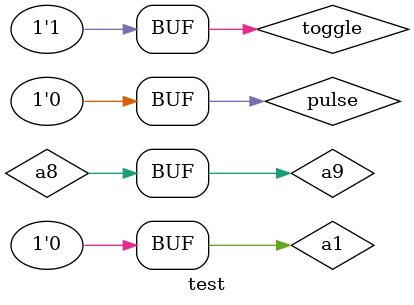
<source format=v>

module jkff ( output q, output qnot, 
input j, input k, input clk, input preset ); 
reg q, qnot; 
always @( posedge clk ) 
begin 
	if ( ~preset ) 
		begin 
		q <= 1; qnot <= ~q; 
		end 	
	else 
		if ( j & ~k ) 
			begin 
			q <= 1; qnot <= 0; 
			end 
		else 
			if ( ~j & k ) 
				begin 
				q <= 0; qnot <= 1; 
				end 
			else 
				if ( j & k ) 
					begin 
					q <= ~q; qnot <= ~qnot; 
				end 
end 
endmodule // jkff 

module test; 
 reg pulse, toggle; 
 wire  q[4:0], qn[4:0], a1,a2,a3,a4,a5,a6,a7,a8,a9; 
 
 not not1 (a1, toggle);

 jkff jkff5 (  q[4],  qn[4], toggle, toggle, pulse, a9 );  
 jkff jkff4 (  q[3],  qn[3], toggle, toggle, q[4], a9 ); 
 jkff jkff3 (  q[2],  qn[2], toggle, toggle, q[3], a9 ); 
 jkff jkff2 (  q[1],  qn[1], toggle, toggle, q[2], a9 ); 
 jkff jkff1 (  q[0],  qn[0], toggle, toggle, q[1], a9 );
 
 not not2 (a2, qn[0]);
 and and1 (a3, a2, q[1]);
 not not3 (a4, qn[2]);
 and and2 (a5, a4, qn[3]);
 not not4 (a6, qn[4]);
 and and3 (a7, a3, a5);
 and and4 (a8, a7, a6);
 or or1 (a9, a1, a8);
 
 
 initial 
  begin  
$display("Guia09Exerc03 - Pedro Henrique Vilar Locatelli - 427453"); 
// initial values 
pulse  = 0;
toggle = 0;
 end
 
  initial begin 
   $monitor ( "%4d\t%1b\t%1b\t%1b%1b%1b%1b%1b", $time, pulse, toggle, qn[0],qn[1],qn[2],qn[3],qn[4]); 
	#1 toggle = 1;
	#1 pulse = 1;
	#1 pulse = 0;
	#1 pulse = 1;
	#1 pulse = 0;
	#1 pulse = 1;
	#1 pulse = 0;
	#1 pulse = 1;
	#1 pulse = 0;

  end  
endmodule
</source>
